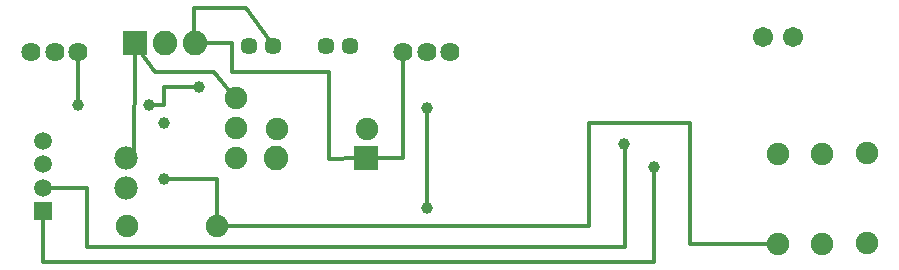
<source format=gbl>
G04 MADE WITH FRITZING*
G04 WWW.FRITZING.ORG*
G04 DOUBLE SIDED*
G04 HOLES PLATED*
G04 CONTOUR ON CENTER OF CONTOUR VECTOR*
%ASAXBY*%
%FSLAX23Y23*%
%MOIN*%
%OFA0B0*%
%SFA1.0B1.0*%
%ADD10C,0.039370*%
%ADD11C,0.075000*%
%ADD12C,0.082000*%
%ADD13C,0.059200*%
%ADD14C,0.067559*%
%ADD15C,0.057000*%
%ADD16C,0.064000*%
%ADD17C,0.078000*%
%ADD18R,0.082000X0.082000*%
%ADD19R,0.059200X0.059200*%
%ADD20C,0.012000*%
%LNCOPPER0*%
G90*
G70*
G54D10*
X2088Y464D03*
X2187Y385D03*
G54D11*
X792Y615D03*
X792Y515D03*
X792Y415D03*
G54D12*
X1225Y415D03*
X927Y415D03*
G54D13*
X149Y238D03*
X149Y474D03*
X149Y395D03*
X149Y316D03*
G54D14*
X2650Y818D03*
X2550Y818D03*
G54D15*
X838Y789D03*
X917Y789D03*
G54D16*
X1350Y769D03*
X1429Y769D03*
X1508Y769D03*
G54D15*
X1094Y789D03*
X1173Y789D03*
G54D12*
X455Y799D03*
X555Y799D03*
X655Y799D03*
G54D11*
X930Y513D03*
X1230Y513D03*
X2896Y434D03*
X2896Y134D03*
G54D10*
X553Y533D03*
G54D11*
X730Y188D03*
X430Y188D03*
X2600Y129D03*
X2600Y429D03*
X2748Y129D03*
X2748Y429D03*
G54D17*
X425Y415D03*
X425Y315D03*
G54D10*
X553Y346D03*
X1429Y248D03*
X1429Y582D03*
G54D16*
X110Y769D03*
X189Y769D03*
X268Y769D03*
G54D10*
X671Y651D03*
X504Y592D03*
X268Y592D03*
G54D18*
X1226Y415D03*
G54D19*
X149Y238D03*
G54D18*
X455Y799D03*
G54D20*
X171Y316D02*
X297Y316D01*
D02*
X149Y208D02*
X149Y70D01*
D02*
X721Y701D02*
X524Y701D01*
D02*
X777Y633D02*
X721Y701D01*
D02*
X681Y799D02*
X779Y798D01*
D02*
X779Y701D02*
X1104Y701D01*
D02*
X1104Y414D02*
X1199Y415D01*
D02*
X1104Y701D02*
X1104Y414D01*
D02*
X779Y798D02*
X779Y701D01*
D02*
X1350Y750D02*
X1351Y415D01*
D02*
X1351Y415D02*
X1252Y415D01*
D02*
X2187Y70D02*
X2187Y372D01*
D02*
X149Y70D02*
X2187Y70D01*
D02*
X2089Y119D02*
X2089Y451D01*
D02*
X298Y120D02*
X2089Y119D01*
D02*
X297Y316D02*
X298Y120D01*
D02*
X730Y347D02*
X566Y346D01*
D02*
X730Y211D02*
X730Y347D01*
D02*
X1971Y189D02*
X753Y188D01*
D02*
X1971Y532D02*
X1971Y189D01*
D02*
X2305Y532D02*
X1971Y532D01*
D02*
X2305Y129D02*
X2305Y532D01*
D02*
X2577Y129D02*
X2305Y129D01*
D02*
X1429Y568D02*
X1429Y261D01*
D02*
X454Y414D02*
X455Y772D01*
D02*
X450Y414D02*
X454Y414D01*
D02*
X828Y916D02*
X652Y917D01*
D02*
X652Y917D02*
X654Y825D01*
D02*
X906Y805D02*
X828Y916D01*
D02*
X524Y701D02*
X470Y777D01*
D02*
X517Y592D02*
X553Y592D01*
D02*
X553Y592D02*
X553Y651D01*
D02*
X553Y651D02*
X658Y651D01*
D02*
X268Y750D02*
X268Y605D01*
G04 End of Copper0*
M02*
</source>
